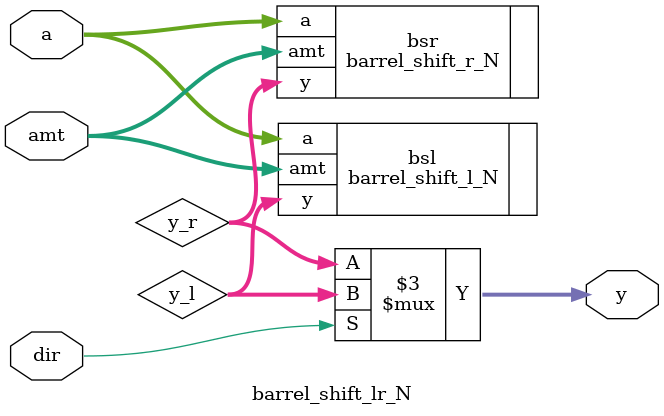
<source format=sv>
`timescale 1ns / 1ps

module barrel_shift_lr_N
    #(parameter N=8)(
    input logic [2**N-1:0] a,
    input logic dir,
    input logic [N-1:0] amt,
    output logic [2**N-1:0] y
    );
    
    logic [2**N-1:0] y_l;
    logic [2**N-1:0] y_r;
    
    barrel_shift_l_N #(.N(N)) bsl(.a(a), .amt(amt), .y(y_l));
    barrel_shift_r_N #(.N(N)) bsr(.a(a), .amt(amt), .y(y_r));
    
    always_comb
        if (dir)
            y = y_l;
        else
            y = y_r;
endmodule

</source>
